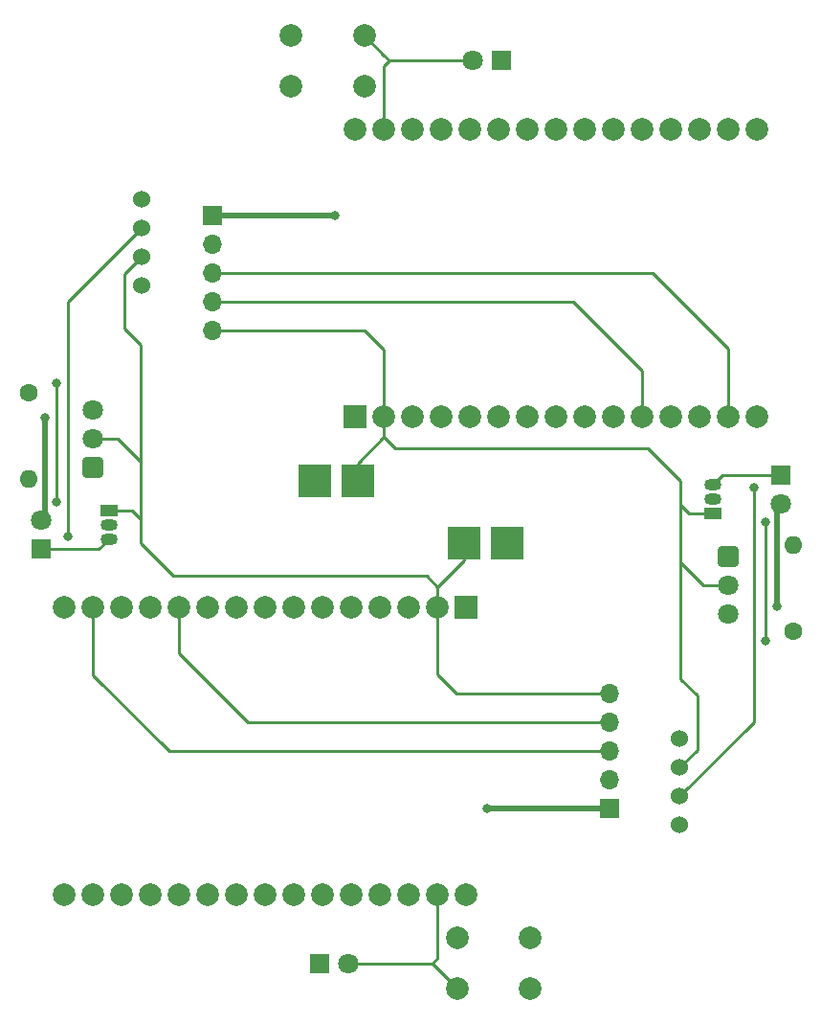
<source format=gbr>
%TF.GenerationSoftware,KiCad,Pcbnew,8.0.1*%
%TF.CreationDate,2024-04-19T12:23:10+07:00*%
%TF.ProjectId,AC_controller_print,41435f63-6f6e-4747-926f-6c6c65725f70,v3.0*%
%TF.SameCoordinates,Original*%
%TF.FileFunction,Copper,L2,Bot*%
%TF.FilePolarity,Positive*%
%FSLAX46Y46*%
G04 Gerber Fmt 4.6, Leading zero omitted, Abs format (unit mm)*
G04 Created by KiCad (PCBNEW 8.0.1) date 2024-04-19 12:23:10*
%MOMM*%
%LPD*%
G01*
G04 APERTURE LIST*
G04 Aperture macros list*
%AMRoundRect*
0 Rectangle with rounded corners*
0 $1 Rounding radius*
0 $2 $3 $4 $5 $6 $7 $8 $9 X,Y pos of 4 corners*
0 Add a 4 corners polygon primitive as box body*
4,1,4,$2,$3,$4,$5,$6,$7,$8,$9,$2,$3,0*
0 Add four circle primitives for the rounded corners*
1,1,$1+$1,$2,$3*
1,1,$1+$1,$4,$5*
1,1,$1+$1,$6,$7*
1,1,$1+$1,$8,$9*
0 Add four rect primitives between the rounded corners*
20,1,$1+$1,$2,$3,$4,$5,0*
20,1,$1+$1,$4,$5,$6,$7,0*
20,1,$1+$1,$6,$7,$8,$9,0*
20,1,$1+$1,$8,$9,$2,$3,0*%
G04 Aperture macros list end*
%TA.AperFunction,ComponentPad*%
%ADD10R,1.800000X1.800000*%
%TD*%
%TA.AperFunction,ComponentPad*%
%ADD11C,1.800000*%
%TD*%
%TA.AperFunction,ComponentPad*%
%ADD12R,2.000000X2.000000*%
%TD*%
%TA.AperFunction,ComponentPad*%
%ADD13C,2.000000*%
%TD*%
%TA.AperFunction,ComponentPad*%
%ADD14C,1.600000*%
%TD*%
%TA.AperFunction,ComponentPad*%
%ADD15O,1.600000X1.600000*%
%TD*%
%TA.AperFunction,ComponentPad*%
%ADD16R,3.000000X3.000000*%
%TD*%
%TA.AperFunction,ComponentPad*%
%ADD17C,1.524000*%
%TD*%
%TA.AperFunction,ComponentPad*%
%ADD18O,1.700000X1.700000*%
%TD*%
%TA.AperFunction,ComponentPad*%
%ADD19R,1.700000X1.700000*%
%TD*%
%TA.AperFunction,ComponentPad*%
%ADD20R,1.500000X1.050000*%
%TD*%
%TA.AperFunction,ComponentPad*%
%ADD21O,1.500000X1.050000*%
%TD*%
%TA.AperFunction,ComponentPad*%
%ADD22RoundRect,0.250200X-0.649800X0.649800X-0.649800X-0.649800X0.649800X-0.649800X0.649800X0.649800X0*%
%TD*%
%TA.AperFunction,ComponentPad*%
%ADD23RoundRect,0.250200X0.649800X-0.649800X0.649800X0.649800X-0.649800X0.649800X-0.649800X-0.649800X0*%
%TD*%
%TA.AperFunction,ViaPad*%
%ADD24C,0.800000*%
%TD*%
%TA.AperFunction,Conductor*%
%ADD25C,0.250000*%
%TD*%
%TA.AperFunction,Conductor*%
%ADD26C,0.500000*%
%TD*%
G04 APERTURE END LIST*
D10*
%TO.P,D2,1,K*%
%TO.N,D14*%
X114630000Y-51690000D03*
D11*
%TO.P,D2,2,A*%
%TO.N,GND*%
X112090000Y-51690000D03*
%TD*%
D12*
%TO.P,U1,1,3V3*%
%TO.N,+3.3V*%
X101670000Y-83190000D03*
D13*
%TO.P,U1,2,GND*%
%TO.N,GND*%
X104210000Y-83190000D03*
%TO.P,U1,3,D15*%
%TO.N,D15*%
X106750000Y-83190000D03*
%TO.P,U1,4,D2*%
%TO.N,D2*%
X109290000Y-83190000D03*
%TO.P,U1,5,D4*%
%TO.N,D4*%
X111830000Y-83190000D03*
%TO.P,U1,6,RX2*%
%TO.N,RX2*%
X114370000Y-83190000D03*
%TO.P,U1,7,TX2*%
%TO.N,TX2*%
X116910000Y-83190000D03*
%TO.P,U1,8,D5*%
%TO.N,D5*%
X119450000Y-83190000D03*
%TO.P,U1,9,D18*%
%TO.N,D18*%
X121990000Y-83190000D03*
%TO.P,U1,10,D19*%
%TO.N,D19*%
X124530000Y-83190000D03*
%TO.P,U1,11,D21*%
%TO.N,D21*%
X127070000Y-83190000D03*
%TO.P,U1,12,RX0*%
%TO.N,RX0*%
X129610000Y-83190000D03*
%TO.P,U1,13,TX0*%
%TO.N,TX0*%
X132150000Y-83190000D03*
%TO.P,U1,14,D22*%
%TO.N,D22*%
X134690000Y-83190000D03*
%TO.P,U1,15,D23*%
%TO.N,D23*%
X137230000Y-83190000D03*
%TO.P,U1,16,EN*%
%TO.N,EN*%
X137230000Y-57790000D03*
%TO.P,U1,17,VP*%
%TO.N,VP*%
X134690000Y-57790000D03*
%TO.P,U1,18,VN*%
%TO.N,VN*%
X132150000Y-57790000D03*
%TO.P,U1,19,D34*%
%TO.N,D34*%
X129610000Y-57790000D03*
%TO.P,U1,20,D35*%
%TO.N,D35*%
X127070000Y-57790000D03*
%TO.P,U1,21,D32*%
%TO.N,D32*%
X124530000Y-57790000D03*
%TO.P,U1,22,D33*%
%TO.N,D33*%
X121990000Y-57790000D03*
%TO.P,U1,23,D25*%
%TO.N,D25*%
X119450000Y-57790000D03*
%TO.P,U1,24,D26*%
%TO.N,D26*%
X116910000Y-57790000D03*
%TO.P,U1,25,D27*%
%TO.N,D27*%
X114370000Y-57790000D03*
%TO.P,U1,26,D14*%
%TO.N,D14*%
X111830000Y-57790000D03*
%TO.P,U1,27,D12*%
%TO.N,D12*%
X109290000Y-57790000D03*
%TO.P,U1,28,D13*%
%TO.N,D13*%
X106750000Y-57790000D03*
%TO.P,U1,29,GND*%
%TO.N,GND*%
X104210000Y-57790000D03*
%TO.P,U1,30,VIN*%
%TO.N,VCC*%
X101670000Y-57790000D03*
%TD*%
%TO.P,SW1,1,1*%
%TO.N,D13*%
X102490000Y-53990000D03*
X95990000Y-53990000D03*
%TO.P,SW1,2,2*%
%TO.N,GND*%
X102490000Y-49490000D03*
X95990000Y-49490000D03*
%TD*%
D14*
%TO.P,R1,1*%
%TO.N,D19*%
X140405000Y-102090000D03*
D15*
%TO.P,R1,2*%
%TO.N,Net-(Q1-B)*%
X140405000Y-94470000D03*
%TD*%
D16*
%TO.P,U5,3,OUT+*%
%TO.N,VCC*%
X98095954Y-88802929D03*
%TO.P,U5,4,OUT-*%
%TO.N,GND*%
X101905954Y-88802929D03*
%TD*%
D17*
%TO.P,U2,1,VIN*%
%TO.N,VCC*%
X130383000Y-111653000D03*
%TO.P,U2,2,GND*%
%TO.N,GND*%
X130383000Y-114193000D03*
%TO.P,U2,3,SCL*%
%TO.N,D22*%
X130383000Y-116733000D03*
%TO.P,U2,4,SDA*%
%TO.N,D21*%
X130383000Y-119273000D03*
%TD*%
D18*
%TO.P,U4,1,GND*%
%TO.N,GND*%
X89007500Y-75540000D03*
%TO.P,U4,2,SDA*%
%TO.N,D21*%
X89007500Y-73000000D03*
%TO.P,U4,3,SCL*%
%TO.N,D22*%
X89007500Y-70460000D03*
%TO.P,U4,4,ALERT*%
%TO.N,unconnected-(U4-ALERT-Pad4)*%
X89007500Y-67920000D03*
D19*
%TO.P,U4,5,3.3V*%
%TO.N,+3.3V*%
X89007500Y-65380000D03*
%TD*%
D20*
%TO.P,Q1,1,C*%
%TO.N,GND*%
X133320000Y-91730000D03*
D21*
%TO.P,Q1,2,B*%
%TO.N,Net-(Q1-B)*%
X133320000Y-90460000D03*
%TO.P,Q1,3,E*%
%TO.N,Net-(D1-K)*%
X133320000Y-89190000D03*
%TD*%
D22*
%TO.P,U3,1,OUT*%
%TO.N,D18*%
X134682103Y-95550000D03*
D11*
%TO.P,U3,2,GND*%
%TO.N,GND*%
X134682103Y-98090000D03*
%TO.P,U3,3,Vs*%
%TO.N,VCC*%
X134682103Y-100630000D03*
%TD*%
D10*
%TO.P,D1,1,K*%
%TO.N,Net-(D1-K)*%
X139305000Y-88315000D03*
D11*
%TO.P,D1,2,A*%
%TO.N,VCC*%
X139305000Y-90855000D03*
%TD*%
%TO.P,D2,2,A*%
%TO.N,GND*%
X101090000Y-131490000D03*
D10*
%TO.P,D2,1,K*%
%TO.N,D14*%
X98550000Y-131490000D03*
%TD*%
D13*
%TO.P,U1,30,VIN*%
%TO.N,VCC*%
X111510000Y-125390000D03*
%TO.P,U1,29,GND*%
%TO.N,GND*%
X108970000Y-125390000D03*
%TO.P,U1,28,D13*%
%TO.N,D13*%
X106430000Y-125390000D03*
%TO.P,U1,27,D12*%
%TO.N,D12*%
X103890000Y-125390000D03*
%TO.P,U1,26,D14*%
%TO.N,D14*%
X101350000Y-125390000D03*
%TO.P,U1,25,D27*%
%TO.N,D27*%
X98810000Y-125390000D03*
%TO.P,U1,24,D26*%
%TO.N,D26*%
X96270000Y-125390000D03*
%TO.P,U1,23,D25*%
%TO.N,D25*%
X93730000Y-125390000D03*
%TO.P,U1,22,D33*%
%TO.N,D33*%
X91190000Y-125390000D03*
%TO.P,U1,21,D32*%
%TO.N,D32*%
X88650000Y-125390000D03*
%TO.P,U1,20,D35*%
%TO.N,D35*%
X86110000Y-125390000D03*
%TO.P,U1,19,D34*%
%TO.N,D34*%
X83570000Y-125390000D03*
%TO.P,U1,18,VN*%
%TO.N,VN*%
X81030000Y-125390000D03*
%TO.P,U1,17,VP*%
%TO.N,VP*%
X78490000Y-125390000D03*
%TO.P,U1,16,EN*%
%TO.N,EN*%
X75950000Y-125390000D03*
%TO.P,U1,15,D23*%
%TO.N,D23*%
X75950000Y-99990000D03*
%TO.P,U1,14,D22*%
%TO.N,D22*%
X78490000Y-99990000D03*
%TO.P,U1,13,TX0*%
%TO.N,TX0*%
X81030000Y-99990000D03*
%TO.P,U1,12,RX0*%
%TO.N,RX0*%
X83570000Y-99990000D03*
%TO.P,U1,11,D21*%
%TO.N,D21*%
X86110000Y-99990000D03*
%TO.P,U1,10,D19*%
%TO.N,D19*%
X88650000Y-99990000D03*
%TO.P,U1,9,D18*%
%TO.N,D18*%
X91190000Y-99990000D03*
%TO.P,U1,8,D5*%
%TO.N,D5*%
X93730000Y-99990000D03*
%TO.P,U1,7,TX2*%
%TO.N,TX2*%
X96270000Y-99990000D03*
%TO.P,U1,6,RX2*%
%TO.N,RX2*%
X98810000Y-99990000D03*
%TO.P,U1,5,D4*%
%TO.N,D4*%
X101350000Y-99990000D03*
%TO.P,U1,4,D2*%
%TO.N,D2*%
X103890000Y-99990000D03*
%TO.P,U1,3,D15*%
%TO.N,D15*%
X106430000Y-99990000D03*
%TO.P,U1,2,GND*%
%TO.N,GND*%
X108970000Y-99990000D03*
D12*
%TO.P,U1,1,3V3*%
%TO.N,+3.3V*%
X111510000Y-99990000D03*
%TD*%
D13*
%TO.P,SW1,2,2*%
%TO.N,GND*%
X117190000Y-133690000D03*
X110690000Y-133690000D03*
%TO.P,SW1,1,1*%
%TO.N,D13*%
X117190000Y-129190000D03*
X110690000Y-129190000D03*
%TD*%
D15*
%TO.P,R1,2*%
%TO.N,Net-(Q1-B)*%
X72775000Y-88710000D03*
D14*
%TO.P,R1,1*%
%TO.N,D19*%
X72775000Y-81090000D03*
%TD*%
D16*
%TO.P,U5,4,OUT-*%
%TO.N,GND*%
X111274046Y-94377071D03*
%TO.P,U5,3,OUT+*%
%TO.N,VCC*%
X115084046Y-94377071D03*
%TD*%
D17*
%TO.P,U2,4,SDA*%
%TO.N,D21*%
X82797000Y-63907000D03*
%TO.P,U2,3,SCL*%
%TO.N,D22*%
X82797000Y-66447000D03*
%TO.P,U2,2,GND*%
%TO.N,GND*%
X82797000Y-68987000D03*
%TO.P,U2,1,VIN*%
%TO.N,VCC*%
X82797000Y-71527000D03*
%TD*%
D19*
%TO.P,U4,5,3.3V*%
%TO.N,+3.3V*%
X124172500Y-117800000D03*
D18*
%TO.P,U4,4,ALERT*%
%TO.N,unconnected-(U4-ALERT-Pad4)*%
X124172500Y-115260000D03*
%TO.P,U4,3,SCL*%
%TO.N,D22*%
X124172500Y-112720000D03*
%TO.P,U4,2,SDA*%
%TO.N,D21*%
X124172500Y-110180000D03*
%TO.P,U4,1,GND*%
%TO.N,GND*%
X124172500Y-107640000D03*
%TD*%
D21*
%TO.P,Q1,3,E*%
%TO.N,Net-(D1-K)*%
X79860000Y-93990000D03*
%TO.P,Q1,2,B*%
%TO.N,Net-(Q1-B)*%
X79860000Y-92720000D03*
D20*
%TO.P,Q1,1,C*%
%TO.N,GND*%
X79860000Y-91450000D03*
%TD*%
D11*
%TO.P,U3,3,Vs*%
%TO.N,VCC*%
X78497897Y-82550000D03*
%TO.P,U3,2,GND*%
%TO.N,GND*%
X78497897Y-85090000D03*
D23*
%TO.P,U3,1,OUT*%
%TO.N,D18*%
X78497897Y-87630000D03*
%TD*%
D11*
%TO.P,D1,2,A*%
%TO.N,VCC*%
X73875000Y-92325000D03*
D10*
%TO.P,D1,1,K*%
%TO.N,Net-(D1-K)*%
X73875000Y-94865000D03*
%TD*%
D24*
%TO.N,D22*%
X136960000Y-89460000D03*
%TO.N,D21*%
X137960000Y-92460000D03*
X137960000Y-102960000D03*
%TO.N,+3.3V*%
X99861658Y-65361658D03*
%TO.N,VCC*%
X138960000Y-99960000D03*
%TO.N,D22*%
X76220000Y-93720000D03*
%TO.N,D21*%
X75220000Y-90720000D03*
X75220000Y-80220000D03*
%TO.N,+3.3V*%
X113318342Y-117818342D03*
%TO.N,VCC*%
X74220000Y-83220000D03*
%TD*%
D25*
%TO.N,GND*%
X104210000Y-84970000D02*
X104210000Y-83190000D01*
X102540000Y-75540000D02*
X104210000Y-77210000D01*
X89007500Y-75540000D02*
X102540000Y-75540000D01*
%TO.N,Net-(D1-K)*%
X134195000Y-88315000D02*
X133320000Y-89190000D01*
D26*
%TO.N,+3.3V*%
X99843316Y-65380000D02*
X89007500Y-65380000D01*
D25*
%TO.N,Net-(D1-K)*%
X139305000Y-88315000D02*
X134195000Y-88315000D01*
%TO.N,GND*%
X104210000Y-52170000D02*
X104690000Y-51690000D01*
D26*
%TO.N,+3.3V*%
X99861658Y-65361658D02*
X99843316Y-65380000D01*
D25*
%TO.N,GND*%
X104210000Y-57790000D02*
X104210000Y-52170000D01*
D26*
%TO.N,VCC*%
X138960000Y-91200000D02*
X139305000Y-90855000D01*
D25*
%TO.N,GND*%
X131230000Y-91730000D02*
X130460000Y-90960000D01*
X104210000Y-51210000D02*
X102490000Y-49490000D01*
X104210000Y-77210000D02*
X104210000Y-83190000D01*
X105200000Y-85960000D02*
X127574206Y-85960000D01*
X127574206Y-85960000D02*
X130460000Y-88845794D01*
X104210000Y-84970000D02*
X105200000Y-85960000D01*
X101905954Y-88802929D02*
X101905954Y-87274046D01*
X101905954Y-87274046D02*
X104210000Y-84970000D01*
D26*
%TO.N,VCC*%
X138960000Y-99960000D02*
X138960000Y-91200000D01*
D25*
%TO.N,D21*%
X89007500Y-73000000D02*
X121000000Y-73000000D01*
%TO.N,GND*%
X112090000Y-51690000D02*
X104690000Y-51690000D01*
X104690000Y-51690000D02*
X104210000Y-51210000D01*
%TO.N,D21*%
X137960000Y-102960000D02*
X137960000Y-92460000D01*
X127070000Y-79070000D02*
X127070000Y-83190000D01*
%TO.N,D22*%
X136960000Y-110156000D02*
X130383000Y-116733000D01*
%TO.N,GND*%
X130460000Y-88845794D02*
X130460000Y-90960000D01*
X133320000Y-91730000D02*
X131230000Y-91730000D01*
X134682103Y-98090000D02*
X132490000Y-98090000D01*
X130460000Y-96060000D02*
X130460000Y-90960000D01*
X130383000Y-114193000D02*
X131960000Y-112616000D01*
%TO.N,D21*%
X121000000Y-73000000D02*
X127070000Y-79070000D01*
%TO.N,GND*%
X130460000Y-106342897D02*
X130460000Y-96060000D01*
%TO.N,D22*%
X127960000Y-70460000D02*
X89007500Y-70460000D01*
X134690000Y-77190000D02*
X127960000Y-70460000D01*
%TO.N,GND*%
X131960000Y-112616000D02*
X131960000Y-107842897D01*
%TO.N,D22*%
X134690000Y-83190000D02*
X134690000Y-77190000D01*
X136960000Y-89460000D02*
X136960000Y-110156000D01*
%TO.N,GND*%
X131960000Y-107842897D02*
X130460000Y-106342897D01*
X132490000Y-98090000D02*
X130460000Y-96060000D01*
X108970000Y-98210000D02*
X108970000Y-99990000D01*
X110640000Y-107640000D02*
X108970000Y-105970000D01*
X124172500Y-107640000D02*
X110640000Y-107640000D01*
%TO.N,Net-(D1-K)*%
X78985000Y-94865000D02*
X79860000Y-93990000D01*
D26*
%TO.N,+3.3V*%
X113336684Y-117800000D02*
X124172500Y-117800000D01*
D25*
%TO.N,Net-(D1-K)*%
X73875000Y-94865000D02*
X78985000Y-94865000D01*
%TO.N,GND*%
X108970000Y-131010000D02*
X108490000Y-131490000D01*
D26*
%TO.N,+3.3V*%
X113318342Y-117818342D02*
X113336684Y-117800000D01*
D25*
%TO.N,GND*%
X108970000Y-125390000D02*
X108970000Y-131010000D01*
D26*
%TO.N,VCC*%
X74220000Y-91980000D02*
X73875000Y-92325000D01*
D25*
%TO.N,GND*%
X81950000Y-91450000D02*
X82720000Y-92220000D01*
X108970000Y-131970000D02*
X110690000Y-133690000D01*
X108970000Y-105970000D02*
X108970000Y-99990000D01*
X107980000Y-97220000D02*
X85605794Y-97220000D01*
X85605794Y-97220000D02*
X82720000Y-94334206D01*
X108970000Y-98210000D02*
X107980000Y-97220000D01*
X111274046Y-94377071D02*
X111274046Y-95905954D01*
X111274046Y-95905954D02*
X108970000Y-98210000D01*
D26*
%TO.N,VCC*%
X74220000Y-83220000D02*
X74220000Y-91980000D01*
D25*
%TO.N,D21*%
X124172500Y-110180000D02*
X92180000Y-110180000D01*
%TO.N,GND*%
X101090000Y-131490000D02*
X108490000Y-131490000D01*
X108490000Y-131490000D02*
X108970000Y-131970000D01*
%TO.N,D21*%
X75220000Y-80220000D02*
X75220000Y-90720000D01*
X86110000Y-104110000D02*
X86110000Y-99990000D01*
%TO.N,D22*%
X76220000Y-73024000D02*
X82797000Y-66447000D01*
%TO.N,GND*%
X82720000Y-94334206D02*
X82720000Y-92220000D01*
X79860000Y-91450000D02*
X81950000Y-91450000D01*
X78497897Y-85090000D02*
X80690000Y-85090000D01*
X82720000Y-87120000D02*
X82720000Y-92220000D01*
X82797000Y-68987000D02*
X81220000Y-70564000D01*
%TO.N,D21*%
X92180000Y-110180000D02*
X86110000Y-104110000D01*
%TO.N,GND*%
X82720000Y-76837103D02*
X82720000Y-87120000D01*
%TO.N,D22*%
X85220000Y-112720000D02*
X124172500Y-112720000D01*
X78490000Y-105990000D02*
X85220000Y-112720000D01*
%TO.N,GND*%
X81220000Y-70564000D02*
X81220000Y-75337103D01*
%TO.N,D22*%
X78490000Y-99990000D02*
X78490000Y-105990000D01*
X76220000Y-93720000D02*
X76220000Y-73024000D01*
%TO.N,GND*%
X81220000Y-75337103D02*
X82720000Y-76837103D01*
X80690000Y-85090000D02*
X82720000Y-87120000D01*
%TD*%
M02*

</source>
